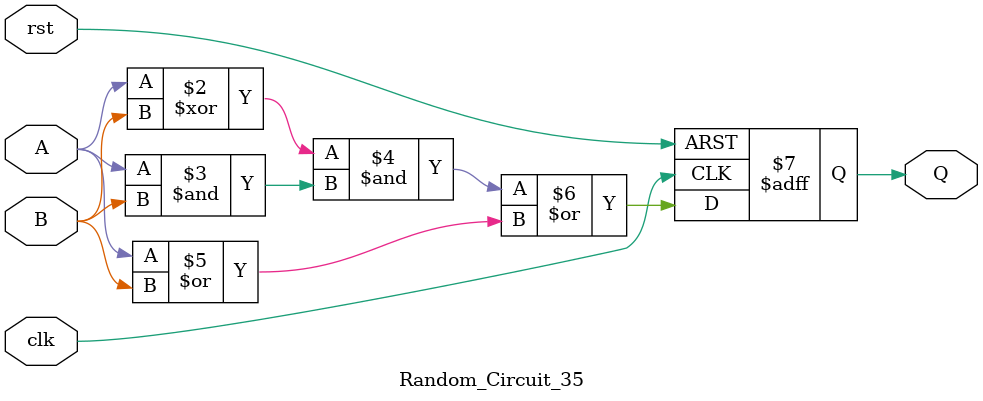
<source format=v>
module Random_Circuit_35 (
    input A, B, clk, rst,
    output reg Q
);
    always @(posedge clk or posedge rst) begin
        if (rst)
            Q <= 0;
        else
            Q <= (A ^ B) & (A & B) | (A | B);  // XOR, AND, OR logic
    end
endmodule


</source>
